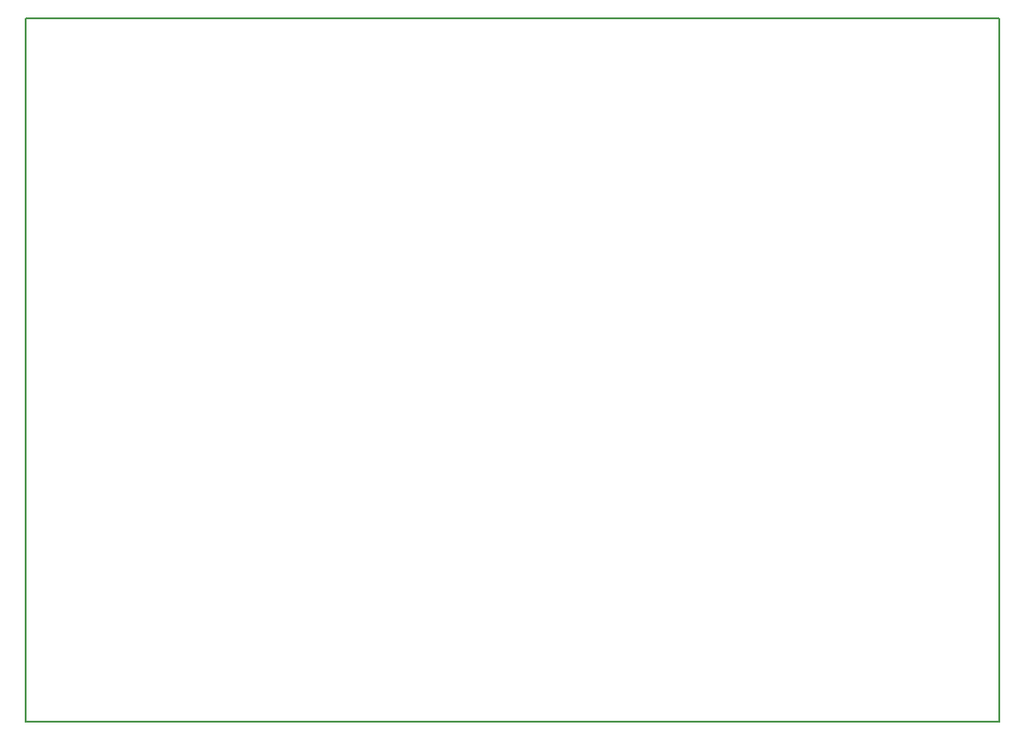
<source format=gm1>
G04 #@! TF.FileFunction,Profile,NP*
%FSLAX46Y46*%
G04 Gerber Fmt 4.6, Leading zero omitted, Abs format (unit mm)*
G04 Created by KiCad (PCBNEW 4.0.2+dfsg1-stable) date sam. 06 janv. 2018 03:07:49 CET*
%MOMM*%
G01*
G04 APERTURE LIST*
%ADD10C,0.100000*%
%ADD11C,0.150000*%
G04 APERTURE END LIST*
D10*
D11*
X53000000Y-85000000D02*
X143000000Y-85000000D01*
X143000000Y-150000000D02*
X53000000Y-150000000D01*
X143000000Y-150000000D02*
X143000000Y-85000000D01*
X53000000Y-85000000D02*
X53000000Y-150000000D01*
X53000000Y-125000000D02*
X53000000Y-85000000D01*
M02*

</source>
